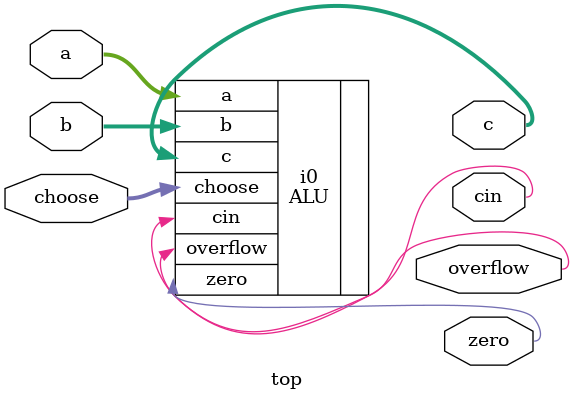
<source format=v>
module top(
  input [3:0] a,b,
  input [2:0] choose,
  output reg [3:0] c,
  output reg zero,
  output reg overflow,
  output reg cin
);
    ALU i0(
      .a(a),
      .b(b),
      .choose(choose),
      .c(c),
      .zero(zero),
      .overflow(overflow),
      .cin(cin)
    );

endmodule


</source>
